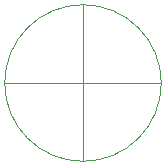
<source format=gbo>
%TF.GenerationSoftware,KiCad,Pcbnew,5.1.8*%
%TF.CreationDate,2020-12-16T14:38:17-06:00*%
%TF.ProjectId,ePenguin-Debug,6550656e-6775-4696-9e2d-44656275672e,rev?*%
%TF.SameCoordinates,Original*%
%TF.FileFunction,Legend,Bot*%
%TF.FilePolarity,Positive*%
%FSLAX46Y46*%
G04 Gerber Fmt 4.6, Leading zero omitted, Abs format (unit mm)*
G04 Created by KiCad (PCBNEW 5.1.8) date 2020-12-16 14:38:17*
%MOMM*%
%LPD*%
G01*
G04 APERTURE LIST*
%ADD10C,0.120000*%
G04 APERTURE END LIST*
D10*
%TO.C,REF\u002A\u002A*%
X131670552Y-68000000D02*
X144929448Y-68000000D01*
X138300000Y-61370552D02*
X138300000Y-74629448D01*
X144929449Y-68000000D02*
G75*
G03*
X144929449Y-68000000I-6629449J0D01*
G01*
%TD*%
M02*

</source>
